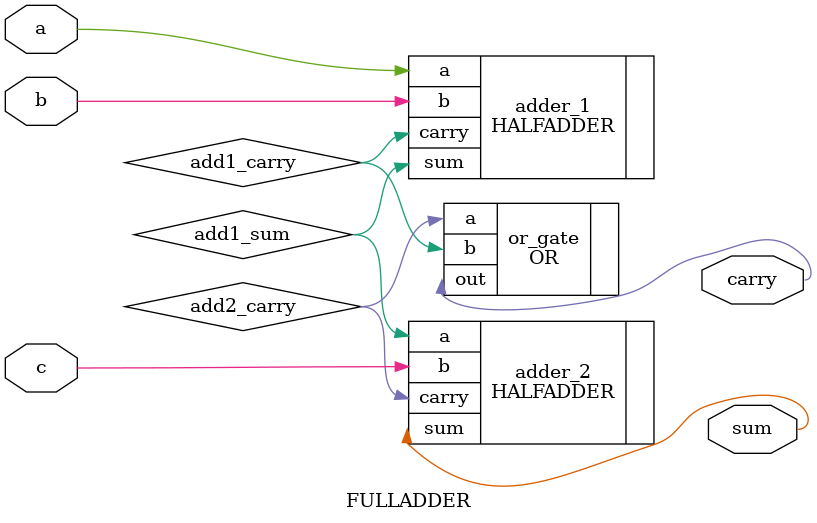
<source format=v>
`timescale 1ns / 1ps

`include "../../chapter01/src/OR.v"

module FULLADDER (
    input a, b, c,
    output sum, carry
);
    wire add1_sum, add1_carry, add2_carry;
    HALFADDER adder_1 (
        .a(a),
        .b(b),
        .sum(add1_sum),
        .carry(add1_carry)
    );
    HALFADDER adder_2 (
        .a(add1_sum),
        .b(c),
        .sum(sum),
        .carry(add2_carry)
    );
    OR or_gate (
        .a(add2_carry),
        .b(add1_carry),
        .out(carry)
    );
endmodule
</source>
